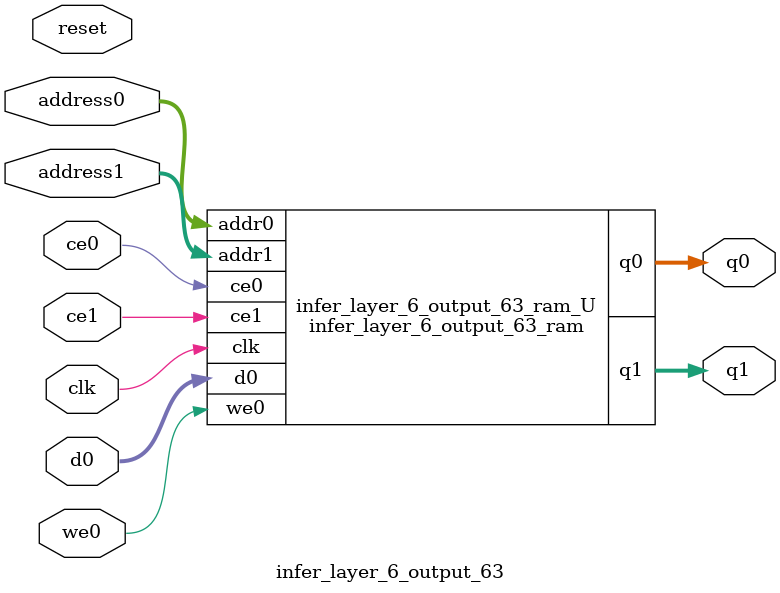
<source format=v>
`timescale 1 ns / 1 ps
module infer_layer_6_output_63_ram (addr0, ce0, d0, we0, q0, addr1, ce1, q1,  clk);

parameter DWIDTH = 32;
parameter AWIDTH = 5;
parameter MEM_SIZE = 29;

input[AWIDTH-1:0] addr0;
input ce0;
input[DWIDTH-1:0] d0;
input we0;
output reg[DWIDTH-1:0] q0;
input[AWIDTH-1:0] addr1;
input ce1;
output reg[DWIDTH-1:0] q1;
input clk;

reg [DWIDTH-1:0] ram[0:MEM_SIZE-1];




always @(posedge clk)  
begin 
    if (ce0) begin
        if (we0) 
            ram[addr0] <= d0; 
        q0 <= ram[addr0];
    end
end


always @(posedge clk)  
begin 
    if (ce1) begin
        q1 <= ram[addr1];
    end
end


endmodule

`timescale 1 ns / 1 ps
module infer_layer_6_output_63(
    reset,
    clk,
    address0,
    ce0,
    we0,
    d0,
    q0,
    address1,
    ce1,
    q1);

parameter DataWidth = 32'd32;
parameter AddressRange = 32'd29;
parameter AddressWidth = 32'd5;
input reset;
input clk;
input[AddressWidth - 1:0] address0;
input ce0;
input we0;
input[DataWidth - 1:0] d0;
output[DataWidth - 1:0] q0;
input[AddressWidth - 1:0] address1;
input ce1;
output[DataWidth - 1:0] q1;



infer_layer_6_output_63_ram infer_layer_6_output_63_ram_U(
    .clk( clk ),
    .addr0( address0 ),
    .ce0( ce0 ),
    .we0( we0 ),
    .d0( d0 ),
    .q0( q0 ),
    .addr1( address1 ),
    .ce1( ce1 ),
    .q1( q1 ));

endmodule


</source>
